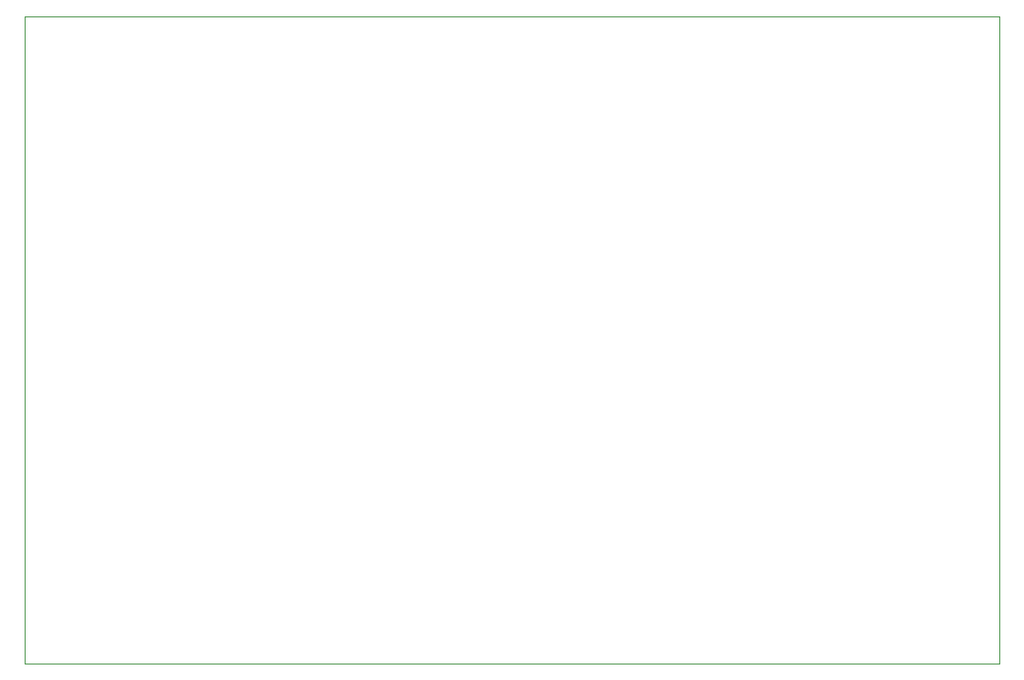
<source format=gbr>
%TF.GenerationSoftware,KiCad,Pcbnew,7.0.9-7.0.9~ubuntu22.04.1*%
%TF.CreationDate,2023-12-20T21:39:59+00:00*%
%TF.ProjectId,green_uv_led_pcb,67726565-6e5f-4757-965f-6c65645f7063,rev?*%
%TF.SameCoordinates,Original*%
%TF.FileFunction,Profile,NP*%
%FSLAX46Y46*%
G04 Gerber Fmt 4.6, Leading zero omitted, Abs format (unit mm)*
G04 Created by KiCad (PCBNEW 7.0.9-7.0.9~ubuntu22.04.1) date 2023-12-20 21:39:59*
%MOMM*%
%LPD*%
G01*
G04 APERTURE LIST*
%TA.AperFunction,Profile*%
%ADD10C,0.100000*%
%TD*%
G04 APERTURE END LIST*
D10*
X94700000Y-62000000D02*
X185000000Y-62000000D01*
X185000000Y-122000000D01*
X94700000Y-122000000D01*
X94700000Y-62000000D01*
M02*

</source>
